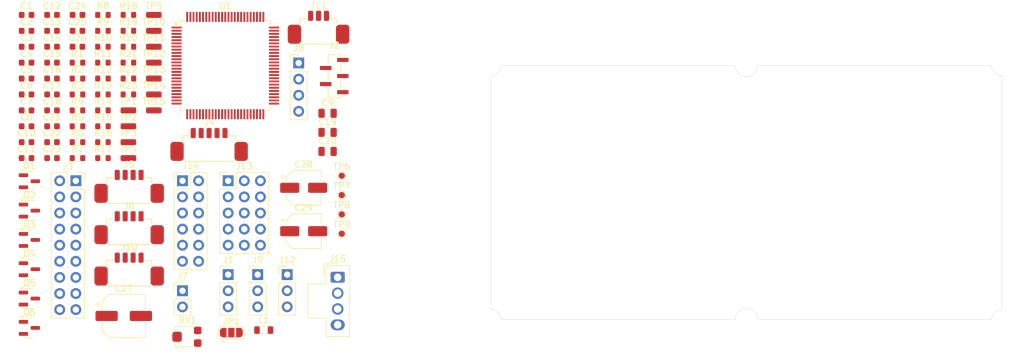
<source format=kicad_pcb>
(kicad_pcb (version 20240108) (generator "pcbnew") (generator_version "8.0")
  (layers (0 "F.Cu" signal) (1 "In1.Cu" signal) (2 "In2.Cu" signal) (31 "B.Cu" signal) (34 "B.Paste" user) (35 "F.Paste" user) (36 "B.SilkS" user "B.Silkscreen") (37 "F.SilkS" user "F.Silkscreen") (38 "B.Mask" user) (39 "F.Mask" user) (44 "Edge.Cuts" user))
  (net 0 "")
  (net 1 "+3.3V")
  (net 2 "GND")
  (net 3 "Net-(J2-Pin_5)")
  (net 4 "VCC")
  (net 5 "Net-(U1-VLXSMPS)")
  (net 6 "Net-(U1-VREF+)")
  (net 7 "+12V")
  (net 8 "+5V")
  (net 9 "Net-(J1-Pin_2)")
  (net 10 "Net-(J1-Pin_3)")
  (net 11 "/SWCLK")
  (net 12 "/SWDIO")
  (net 13 "Net-(Q3-D)")
  (net 14 "Net-(JP1-C)")
  (net 15 "Net-(J3-SCK)")
  (net 16 "/LCD_GPIO3{slash}B1_D7")
  (net 17 "/LCD_B1_D3")
  (net 18 "Net-(J3-GPIO0{slash}IO2)")
  (net 19 "/LCD_GPIO2{slash}B1_D6")
  (net 20 "/LCD_~{INT}{slash}B1_D1")
  (net 21 "Net-(J3-MOSI{slash}IO0)")
  (net 22 "Net-(J3-GPIO1{slash}IO3)")
  (net 23 "Net-(J3-NC1)")
  (net 24 "Net-(J3-~{CS})")
  (net 25 "Net-(J3-MISO{slash}IO1)")
  (net 26 "/LCD_~{PD}{slash}B1_D2")
  (net 27 "/CHG_SMB_SCL")
  (net 28 "/CHG_SMB_SDA")
  (net 29 "/CHG_ACOK")
  (net 30 "/CHG_IOUT")
  (net 31 "/AMP_~{FAULT}")
  (net 32 "/AMP_~{CLIP_OTW}")
  (net 33 "/AMP_~{RESET}")
  (net 34 "Net-(J6-Pin_2)")
  (net 35 "Net-(J6-Pin_1)")
  (net 36 "Net-(J6-Pin_3)")
  (net 37 "/B1_LCD_SWITCH")
  (net 38 "Net-(J8-Pin_4)")
  (net 39 "Net-(J8-Pin_3)")
  (net 40 "Net-(J8-Pin_2)")
  (net 41 "/B1_LEDMODE_1")
  (net 42 "/B1_LEDMODE_2")
  (net 43 "/I2C1_SCL{slash}USART1_TX")
  (net 44 "/I2C1_~{INT0}")
  (net 45 "/I2C1_SDA{slash}USART1_RX")
  (net 46 "/I2C4_SDA{slash}UART4_TX")
  (net 47 "/I2C4_SCL{slash}UART4_RX")
  (net 48 "/B1_LED_BRIGHTNESS")
  (net 49 "/I2C5_SCL")
  (net 50 "/I2C5_SDA")
  (net 51 "/I2C5_~{INT3}")
  (net 52 "/I2C5_~{INT2}")
  (net 53 "/I2C5_~{INT1}")
  (net 54 "/I2C5_~{INT4}")
  (net 55 "/I2C5_~{INT0}")
  (net 56 "/B1_VOL_DOWN")
  (net 57 "/B1_BACK")
  (net 58 "/B1_VOL_UP")
  (net 59 "/B1_FWD")
  (net 60 "/B1_MFB")
  (net 61 "/B1_PLAY")
  (net 62 "/B1_SWLED_MAIN")
  (net 63 "/B1_SWLED_PWR")
  (net 64 "/LCD_BL_DRV")
  (net 65 "/LED_R")
  (net 66 "/LED_G")
  (net 67 "/LED_B")
  (net 68 "/LCD_IO1{slash}MISO{slash}B1_RW")
  (net 69 "/LCD_SCK{slash}B1_RS")
  (net 70 "/LCD_~{CS}{slash}B1_D0")
  (net 71 "/LCD_IO0{slash}MOSI{slash}B1_~{E}")
  (net 72 "/LCD_IO3{slash}GPIO1{slash}B1_D5")
  (net 73 "/LCD_IO2{slash}GPIO0{slash}B1_D4")
  (net 74 "/I2S_BCK")
  (net 75 "/I2S_DATA")
  (net 76 "/I2S_LRCK")
  (net 77 "/LCD_ALT_~{CS}")
  (net 78 "/LCD_ALT_SCK")
  (net 79 "/LCD_ALT_MISO")
  (net 80 "/LCD_ALT_MOSI")
  (net 81 "/DEBUG_TX")
  (net 82 "/DEBUG_RX")
  (footprint "Capacitor_SMD:CP_Elec_5x5.8" (layer "F.Cu") (at 80.2475 99.25)
    (property "Reference" "C28" (at 0 -3.7 0) (layer "F.SilkS"))
    (property "Value" "220µF 6.3V")
    (pad "1" smd roundrect (at -2.2 0) (size 3 1.6) (layers "F.Cu" "F.Paste" "F.Mask") (roundrect_rratio 0.15625) (net 8 "+5V"))
    (pad "2" smd roundrect (at 2.2 0) (size 3 1.6) (layers "F.Cu" "F.Paste" "F.Mask") (roundrect_rratio 0.15625) (net 2 "GND"))
  )
  (footprint "Capacitor_SMD:C_0603_1608Metric" (layer "F.Cu") (at 36.5975 92.06)
    (property "Reference" "C10" (at 0 -1.43 0) (layer "F.SilkS"))
    (property "Value" "0.1µF")
    (pad "1" smd roundrect (at -0.775 0) (size 0.9 0.95) (layers "F.Cu" "F.Paste" "F.Mask") (net 2 "GND"))
    (pad "2" smd roundrect (at 0.775 0) (size 0.9 0.95) (layers "F.Cu" "F.Paste" "F.Mask") (net 1 "+3.3V"))
  )
  (footprint "TestPoint:TestPoint_Pad_D1.0mm" (layer "F.Cu") (at 86.2475 106.5)
    (property "Reference" "TP9" (at 0 -1.448 0) (layer "F.SilkS"))
    (property "Value" "AMP_~{RESET}")
    (pad "1" smd circle (at 0 0) (size 1 1) (layers "F.Cu" "F.Mask") (net 33 "/AMP_~{RESET}"))
  )
  (footprint "Resistor_SMD:R_0603_1608Metric" (layer "F.Cu") (at 52.6375 79.51)
    (property "Reference" "R21" (at 0 -1.43 0) (layer "F.SilkS"))
    (property "Value" "0Ω")
    (pad "1" smd roundrect (at -0.825 0) (size 0.8 0.95) (layers "F.Cu" "F.Paste" "F.Mask") (net 80 "/LCD_ALT_MOSI"))
    (pad "2" smd roundrect (at 0.825 0) (size 0.8 0.95) (layers "F.Cu" "F.Paste" "F.Mask") (net 71 "/LCD_IO0{slash}MOSI{slash}B1_~{E}"))
  )
  (footprint "Resistor_SMD:R_0603_1608Metric" (layer "F.Cu") (at 48.6275 74.49)
    (property "Reference" "R9" (at 0 -1.43 0) (layer "F.SilkS"))
    (property "Value" "4.7kΩ")
    (pad "1" smd roundrect (at -0.825 0) (size 0.8 0.95) (layers "F.Cu" "F.Paste" "F.Mask") (net 1 "+3.3V"))
    (pad "2" smd roundrect (at 0.825 0) (size 0.8 0.95) (layers "F.Cu" "F.Paste" "F.Mask") (net 28 "/CHG_SMB_SDA"))
  )
  (footprint "Connector_PinHeader_2.54mm:PinHeader_1x02_P2.54mm_Vertical" (layer "F.Cu") (at 61.1575 115.5)
    (property "Reference" "J7" (at 0 -2.33 0) (layer "F.SilkS"))
    (property "Value" "B1_LCD_SWITCH")
    (pad "1" thru_hole rect (at 0 0) (size 1.7 1.7) (drill 1) (layers "*.Cu" "*.Mask") (net 37 "/B1_LCD_SWITCH"))
    (pad "2" thru_hole oval (at 0 2.54) (size 1.7 1.7) (drill 1) (layers "*.Cu" "*.Mask") (net 2 "GND"))
  )
  (footprint "Resistor_SMD:R_0603_1608Metric" (layer "F.Cu") (at 44.6175 94.57)
    (property "Reference" "R7" (at 0 -1.43 0) (layer "F.SilkS"))
    (property "Value" "50/100Ω")
    (pad "1" smd roundrect (at -0.825 0) (size 0.8 0.95) (layers "F.Cu" "F.Paste" "F.Mask") (net 18 "Net-(J3-GPIO0{slash}IO2)"))
    (pad "2" smd roundrect (at 0.825 0) (size 0.8 0.95) (layers "F.Cu" "F.Paste" "F.Mask") (net 73 "/LCD_IO2{slash}GPIO0{slash}B1_D4"))
  )
  (footprint "Resistor_SMD:R_0603_1608Metric" (layer "F.Cu") (at 44.6175 89.55)
    (property "Reference" "R5" (at 0 -1.43 0) (layer "F.SilkS"))
    (property "Value" "10kΩ")
    (pad "1" smd roundrect (at -0.825 0) (size 0.8 0.95) (layers "F.Cu" "F.Paste" "F.Mask") (net 1 "+3.3V"))
    (pad "2" smd roundrect (at 0.825 0) (size 0.8 0.95) (layers "F.Cu" "F.Paste" "F.Mask") (net 3 "Net-(J2-Pin_5)"))
  )
  (footprint "BW_Connectors:Amphenol_MINITEK_WTB_1.25_4P" (layer "F.Cu") (at 52.7575 99.675)
    (property "Reference" "J5" (at 0 -4.1 0) (layer "F.SilkS"))
    (property "Value" "AMP")
    (pad "1" smd roundrect (at 1.875 -2.45) (size 0.8 1.6) (layers "F.Cu" "F.Paste" "F.Mask") (net 33 "/AMP_~{RESET}"))
    (pad "2" smd roundrect (at 0.625 -2.45) (size 0.8 1.6) (layers "F.Cu" "F.Paste" "F.Mask") (net 31 "/AMP_~{FAULT}"))
    (pad "3" smd roundrect (at -0.625 -2.45) (size 0.8 1.6) (layers "F.Cu" "F.Paste" "F.Mask") (net 32 "/AMP_~{CLIP_OTW}"))
    (pad "4" smd roundrect (at -1.875 -2.45) (size 0.8 1.6) (layers "F.Cu" "F.Paste" "F.Mask") (net 2 "GND"))
    (pad "M" smd roundrect (at -4.425 0.45) (size 2.1 3) (layers "F.Cu" "F.Paste" "F.Mask"))
    (pad "M" smd roundrect (at 4.425 0.45) (size 2.1 3) (layers "F.Cu" "F.Paste" "F.Mask"))
  )
  (footprint "Resistor_SMD:R_0603_1608Metric" (layer "F.Cu") (at 48.6275 87.04)
    (property "Reference" "R14" (at 0 -1.43 0) (layer "F.SilkS"))
    (property "Value" "4.7kΩ")
    (pad "1" smd roundrect (at -0.825 0) (size 0.8 0.95) (layers "F.Cu" "F.Paste" "F.Mask") (net 1 "+3.3V"))
    (pad "2" smd roundrect (at 0.825 0) (size 0.8 0.95) (layers "F.Cu" "F.Paste" "F.Mask") (net 43 "/I2C1_SCL{slash}USART1_TX"))
  )
  (footprint "BW_Connectors:PinHeader_3x05_P2.54mm_Vertical" (layer "F.Cu") (at 70.8975 98.15)
    (property "Reference" "J13" (at 0 -2.33 0) (layer "F.SilkS"))
    (property "Value" "I2C5")
    (pad "1" thru_hole rect (at -2.54 0) (size 1.7 1.7) (drill 1) (layers "*.Cu" "*.Mask") (net 49 "/I2C5_SCL"))
    (pad "2" thru_hole oval (at 0 0) (size 1.7 1.7) (drill 1) (layers "*.Cu" "*.Mask") (net 50 "/I2C5_SDA"))
    (pad "3" thru_hole oval (at 2.54 0) (size 1.7 1.7) (drill 1) (layers "*.Cu" "*.Mask") (net 55 "/I2C5_~{INT0}"))
    (pad "4" thru_hole oval (at -2.54 2.54) (size 1.7 1.7) (drill 1) (layers "*.Cu" "*.Mask") (net 49 "/I2C5_SCL"))
    (pad "5" thru_hole oval (at 0 2.54) (size 1.7 1.7) (drill 1) (layers "*.Cu" "*.Mask") (net 50 "/I2C5_SDA"))
    (pad "6" thru_hole oval (at 2.54 2.54) (size 1.7 1.7) (drill 1) (layers "*.Cu" "*.Mask") (net 53 "/I2C5_~{INT1}"))
    (pad "7" thru_hole oval (at -2.54 5.08) (size 1.7 1.7) (drill 1) (layers "*.Cu" "*.Mask") (net 49 "/I2C5_SCL"))
    (pad "8" thru_hole oval (at 0 5.08) (size 1.7 1.7) (drill 1) (layers "*.Cu" "*.Mask") (net 50 "/I2C5_SDA"))
    (pad "9" thru_hole oval (at 2.54 5.08) (size 1.7 1.7) (drill 1) (layers "*.Cu" "*.Mask") (net 52 "/I2C5_~{INT2}"))
    (pad "10" thru_hole oval (at -2.54 7.62) (size 1.7 1.7) (drill 1) (layers "*.Cu" "*.Mask") (net 49 "/I2C5_SCL"))
    (pad "11" thru_hole oval (at 0 7.62) (size 1.7 1.7) (drill 1) (layers "*.Cu" "*.Mask") (net 50 "/I2C5_SDA"))
    (pad "12" thru_hole oval (at 2.54 7.62) (size 1.7 1.7) (drill 1) (layers "*.Cu" "*.Mask") (net 51 "/I2C5_~{INT3}"))
    (pad "13" thru_hole oval (at -2.54 10.16) (size 1.7 1.7) (drill 1) (layers "*.Cu" "*.Mask") (net 49 "/I2C5_SCL"))
    (pad "14" thru_hole oval (at 0 10.16) (size 1.7 1.7) (drill 1) (layers "*.Cu" "*.Mask") (net 50 "/I2C5_SDA"))
    (pad "15" thru_hole oval (at 2.54 10.16) (size 1.7 1.7) (drill 1) (layers "*.Cu" "*.Mask") (net 54 "/I2C5_~{INT4}"))
  )
  (footprint "Resistor_SMD:R_0603_1608Metric" (layer "F.Cu") (at 52.6375 71.98)
    (property "Reference" "R18" (at 0 -1.43 0) (layer "F.SilkS"))
    (property "Value" "0Ω")
    (pad "1" smd roundrect (at -0.825 0) (size 0.8 0.95) (layers "F.Cu" "F.Paste" "F.Mask") (net 77 "/LCD_ALT_~{CS}"))
    (pad "2" smd roundrect (at 0.825 0) (size 0.8 0.95) (layers "F.Cu" "F.Paste" "F.Mask") (net 70 "/LCD_~{CS}{slash}B1_D0"))
  )
  (footprint "Capacitor_SMD:C_0603_1608Metric" (layer "F.Cu") (at 40.6075 92.06)
    (property "Reference" "C22" (at 0 -1.43 0) (layer "F.SilkS"))
    (property "Value" "1µF")
    (pad "1" smd roundrect (at -0.775 0) (size 0.9 0.95) (layers "F.Cu" "F.Paste" "F.Mask") (net 6 "Net-(U1-VREF+)"))
    (pad "2" smd roundrect (at 0.775 0) (size 0.9 0.95) (layers "F.Cu" "F.Paste" "F.Mask") (net 2 "GND"))
  )
  (footprint "Resistor_SMD:R_0603_1608Metric" (layer "F.Cu") (at 48.6275 92.06)
    (property "Reference" "R16" (at 0 -1.43 0) (layer "F.SilkS"))
    (property "Value" "4.7kΩ")
    (pad "1" smd roundrect (at -0.825 0) (size 0.8 0.95) (layers "F.Cu" "F.Paste" "F.Mask") (net 1 "+3.3V"))
    (pad "2" smd roundrect (at 0.825 0) (size 0.8 0.95) (layers "F.Cu" "F.Paste" "F.Mask") (net 47 "/I2C4_SCL{slash}UART4_RX"))
  )
  (footprint "Resistor_SMD:R_0603_1608Metric" (layer "F.Cu") (at 44.6175 84.53)
    (property "Reference" "R3" (at 0 -1.43 0) (layer "F.SilkS"))
    (property "Value" "50/100Ω")
    (pad "1" smd roundrect (at -0.825 0) (size 0.8 0.95) (layers "F.Cu" "F.Paste" "F.Mask") (net 70 "/LCD_~{CS}{slash}B1_D0"))
    (pad "2" smd roundrect (at 0.825 0) (size 0.8 0.95) (layers "F.Cu" "F.Paste" "F.Mask") (net 24 "Net-(J3-~{CS})"))
  )
  (footprint "Capacitor_SMD:C_0805_2012Metric" (layer "F.Cu") (at 84.0175 90.51)
    (property "Reference" "C19" (at 0 -1.68 0) (layer "F.SilkS"))
    (property "Value" "10µF 25V")
    (pad "1" smd roundrect (at -0.95 0) (size 1 1.45) (layers "F.Cu" "F.Paste" "F.Mask") (net 4 "VCC"))
    (pad "2" smd roundrect (at 0.95 0) (size 1 1.45) (layers "F.Cu" "F.Paste" "F.Mask") (net 2 "GND"))
  )
  (footprint "BW_Connectors:Amphenol_MINITEK_WTB_1.25_4P" (layer "F.Cu") (at 52.7575 106.2)
    (property "Reference" "J6" (at 0 -4.1 0) (layer "F.SilkS"))
    (property "Value" "I2S")
    (pad "1" smd roundrect (at 1.875 -2.45) (size 0.8 1.6) (layers "F.Cu" "F.Paste" "F.Mask") (net 35 "Net-(J6-Pin_1)"))
    (pad "2" smd roundrect (at 0.625 -2.45) (size 0.8 1.6) (layers "F.Cu" "F.Paste" "F.Mask") (net 34 "Net-(J6-Pin_2)"))
    (pad "3" smd roundrect (at -0.625 -2.45) (size 0.8 1.6) (layers "F.Cu" "F.Paste" "F.Mask") (net 36 "Net-(J6-Pin_3)"))
    (pad "4" smd roundrect (at -1.875 -2.45) (size 0.8 1.6) (layers "F.Cu" "F.Paste" "F.Mask") (net 2 "GND"))
    (pad "M" smd roundrect (at -4.425 0.45) (size 2.1 3) (layers "F.Cu" "F.Paste" "F.Mask"))
    (pad "M" smd roundrect (at 4.425 0.45) (size 2.1 3) (layers "F.Cu" "F.Paste" "F.Mask"))
  )
  (footprint "BW_PassiveMechanical:TP_0603_1608Metric_Fused" (layer "F.Cu") (at 56.6475 77)
    (property "Reference" "TP11" (at 0 -1.43 0) (layer "F.SilkS"))
    (property "Value" "I2C1_SDA/USART1_RX")
    (pad "1" smd roundrect (at 0 0) (size 2.45 0.95) (layers "F.Cu" "F.Paste" "F.Mask") (net 45 "/I2C1_SDA{slash}USART1_RX"))
  )
  (footprint "Resistor_SMD:R_0603_1608Metric" (layer "F.Cu") (at 48.6275 84.53)
    (property "Reference" "R13" (at 0 -1.43 0) (layer "F.SilkS"))
    (property "Value" "27Ω")
    (pad "1" smd roundrect (at -0.825 0) (size 0.8 0.95) (layers "F.Cu" "F.Paste" "F.Mask") (net 76 "/I2S_LRCK"))
    (pad "2" smd roundrect (at 0.825 0) (size 0.8 0.95) (layers "F.Cu" "F.Paste" "F.Mask") (net 36 "Net-(J6-Pin_3)"))
  )
  (footprint "Package_TO_SOT_SMD:SOT-23" (layer "F.Cu") (at 37.0375 102.85)
    (property "Reference" "Q2" (at 0 -2.4 0) (layer "F.SilkS"))
    (property "Value" "NX138BK")
    (pad "1" smd roundrect (at -0.9375 -0.95) (size 1.475 0.6) (layers "F.Cu" "F.Paste" "F.Mask") (net 63 "/B1_SWLED_PWR"))
    (pad "2" smd roundrect (at -0.9375 0.95) (size 1.475 0.6) (layers "F.Cu" "F.Paste" "F.Mask") (net 2 "GND"))
    (pad "3" smd roundrect (at 0.9375 0) (size 1.475 0.6) (layers "F.Cu" "F.Paste" "F.Mask") (net 10 "Net-(J1-Pin_3)"))
  )
  (footprint "Capacitor_SMD:C_0603_1608Metric" (layer "F.Cu") (at 36.5975 84.53)
    (property "Reference" "C6" (at 0 -1.43 0) (layer "F.SilkS"))
    (property "Value" "0.1µF")
    (pad "1" smd roundrect (at -0.775 0) (size 0.9 0.95) (layers "F.Cu" "F.Paste" "F.Mask") (net 2 "GND"))
    (pad "2" smd roundrect (at 0.775 0) (size 0.9 0.95) (layers "F.Cu" "F.Paste" "F.Mask") (net 1 "+3.3V"))
  )
  (footprint "Capacitor_SMD:C_0603_1608Metric" (layer "F.Cu") (at 44.6175 77)
    (property "Reference" "C26" (at 0 -1.43 0) (layer "F.SilkS"))
    (property "Value" "0.1µF")
    (pad "1" smd roundrect (at -0.775 0) (size 0.9 0.95) (layers "F.Cu" "F.Paste" "F.Mask") (net 4 "VCC"))
    (pad "2" smd roundrect (at 0.775 0) (size 0.9 0.95) (layers "F.Cu" "F.Paste" "F.Mask") (net 2 "GND"))
  )
  (footprint "Connector_PinHeader_2.54mm:PinHeader_1x03_P2.54mm_Vertical" (layer "F.Cu") (at 77.6575 112.95)
    (property "Reference" "J12" (at 0 -2.33 0) (layer "F.SilkS"))
    (property "Value" "B1_LED_BRIGHTNESS")
    (pad "1" thru_hole rect (at 0 0) (size 1.7 1.7) (drill 1) (layers "*.Cu" "*.Mask") (net 1 "+3.3V"))
    (pad "2" thru_hole oval (at 0 2.54) (size 1.7 1.7) (drill 1) (layers "*.Cu" "*.Mask") (net 48 "/B1_LED_BRIGHTNESS"))
    (pad "3" thru_hole oval (at 0 5.08) (size 1.7 1.7) (drill 1) (layers "*.Cu" "*.Mask") (net 2 "GND"))
  )
  (footprint "Resistor_SMD:R_0603_1608Metric" (layer "F.Cu") (at 52.6375 74.49)
    (property "Reference" "R19" (at 0 -1.43 0) (layer "F.SilkS"))
    (property "Value" "0Ω")
    (pad "1" smd roundrect (at -0.825 0) (size 0.8 0.95) (layers "F.Cu" "F.Paste" "F.Mask") (net 78 "/LCD_ALT_SCK"))
    (pad "2" smd roundrect (at 0.825 0) (size 0.8 0.95) (layers "F.Cu" "F.Paste" "F.Mask") (net 69 "/LCD_SCK{slash}B1_RS"))
  )
  (footprint "Resistor_SMD:R_0603_1608Metric" (layer "F.Cu") (at 44.6175 92.06)
    (property "Reference" "R6" (at 0 -1.43 0) (layer "F.SilkS"))
    (property "Value" "50/100Ω")
    (pad "1" smd roundrect (at -0.825 0) (size 0.8 0.95) (layers "F.Cu" "F.Paste" "F.Mask") (net 72 "/LCD_IO3{slash}GPIO1{slash}B1_D5"))
    (pad "2" smd roundrect (at 0.825 0) (size 0.8 0.95) (layers "F.Cu" "F.Paste" "F.Mask") (net 22 "Net-(J3-GPIO1{slash}IO3)"))
  )
  (footprint "Connector_PinHeader_2.54mm:PinHeader_1x03_P2.54mm_Vertical" (layer "F.Cu") (at 68.3575 112.95)
    (property "Reference" "J1" (at 0 -2.33 0) (layer "F.SilkS"))
    (property "Value" "B1_SWLED")
    (pad "1" thru_hole rect (at 0 0) (size 1.7 1.7) (drill 1) (layers "*.Cu" "*.Mask") (net 8 "+5V"))
    (pad "2" thru_hole oval (at 0 2.54) (size 1.7 1.7) (drill 1) (layers "*.Cu" "*.Mask") (net 9 "Net-(J1-Pin_2)"))
    (pad "3" thru_hole oval (at 0 5.08) (size 1.7 1.7) (drill 1) (layers "*.Cu" "*.Mask") (net 10 "Net-(J1-Pin_3)"))
  )
  (footprint "Package_TO_SOT_SMD:SOT-23" (layer "F.Cu") (at 37.0375 107.475)
    (property "Reference" "Q3" (at 0 -2.4 0) (layer "F.SilkS"))
    (property "Value" "DMG2302UK")
    (pad "1" smd roundrect (at -0.9375 -0.95) (size 1.475 0.6) (layers "F.Cu" "F.Paste" "F.Mask") (net 64 "/LCD_BL_DRV"))
    (pad "2" smd roundrect (at -0.9375 0.95) (size 1.475 0.6) (layers "F.Cu" "F.Paste" "F.Mask") (net 2 "GND"))
    (pad "3" smd roundrect (at 0.9375 0) (size 1.475 0.6) (layers "F.Cu" "F.Paste" "F.Mask") (net 13 "Net-(Q3-D)"))
  )
  (footprint "BW_PassiveMechanical:TP_0603_1608Metric_Fused" (layer "F.Cu") (at 56.6475 74.49)
    (property "Reference" "TP10" (at 0 -1.43 0) (layer "F.SilkS"))
    (property "Value" "I2C1_SCL/USART1_TX")
    (pad "1" smd roundrect (at 0 0) (size 2.45 0.95) (layers "F.Cu" "F.Paste" "F.Mask") (net 43 "/I2C1_SCL{slash}USART1_TX"))
  )
  (footprint "Connector_Molex:Molex_Nano-Fit_105309-xx04_1x04_P2.50mm_Vertical" (layer "F.Cu") (at 85.6075 113.37)
    (property "Reference" "J15" (at 0 -2.92 0) (layer "F.SilkS"))
    (property "Value" "PWR")
    (pad "" np_thru_hole circle (at -1.34 3.75) (size 1.3 1.3) (drill 1.3) (layers "*.Cu" "*.Mask"))
    (pad "1" thru_hole roundrect (at 0 0) (size 2.2 1.7) (drill 1.2) (layers "*.Cu" "*.Mask") (roundrect_rratio 0.147059) (net 7 "+12V"))
    (pad "2" thru_hole circle (at 0 2.5) (size 1.8 1.7) (drill 1.2) (layers "*.Cu" "*.Mask") (net 8 "+5V"))
    (pad "3" thru_hole circle (at 0 5) (size 1.8 1.7) (drill 1.2) (layers "*.Cu" "*.Mask") (net 1 "+3.3V"))
    (pad "4" thru_hole oval (at 0 7.5) (size 2.2 1.7) (drill 1.2) (layers "*.Cu" "*.Mask") (net 2 "GND"))
  )
  (footprint "BW_PassiveMechanical:TP_0603_1608Metric_Fused" (layer "F.Cu") (at 56.6475 79.51)
    (property "Reference" "TP12" (at 0 -1.43 0) (layer "F.SilkS"))
    (property "Value" "I2C4_SCL/UART4_RX")
    (pad "1" smd roundrect (at 0 0) (size 2.45 0.95) (layers "F.Cu" "F.Paste" "F.Mask") (net 47 "/I2C4_SCL{slash}UART4_RX"))
  )
  (footprint "Capacitor_SMD:C_0603_1608Metric" (layer "F.Cu") (at 44.6175 71.98)
    (property "Reference" "C24" (at 0 -1.43 0) (layer "F.SilkS"))
    (property "Value" "0.1µF")
    (pad "1" smd roundrect (at -0.775 0) (size 0.9 0.95) (layers "F.Cu" "F.Paste" "F.Mask") (net 4 "VCC"))
    (pad "2" smd roundrect (at 0.775 0) (size 0.9 0.95) (layers "F.Cu" "F.Paste" "F.Mask") (net 2 "GND"))
  )
  (footprint "BW_PassiveMechanical:Potentiometer_TT_35W" (layer "F.Cu") (at 61.9575 122.75)
    (property "Reference" "RV1" (at 0 -2.6 0) (layer "F.SilkS"))
    (property "Value" "35WR10K")
    (pad "1" smd roundrect (at 1.6 1) (size 1.2 1.2) (layers "F.Cu" "F.Paste" "F.Mask") (net 2 "GND"))
    (pad "2" smd roundrect (at -1.65 0) (size 1.5 1.6) (layers "F.Cu" "F.Paste" "F.Mask") (net 23 "Net-(J3-NC1)"))
    (pad "3" smd roundrect (at 1.6 -1) (size 1.2 1.2) (layers "F.Cu" "F.Paste" "F.Mask") (net 1 "+3.3V"))
  )
  (footprint "Connector_PinSocket_1.27mm:PinSocket_1x05_P1.27mm_Vertical_SMD_Pin1Right" (layer "F.Cu") (at 85.0675 81.62)
    (property "Reference" "J2" (at 0 -4.85 0) (layer "F.SilkS"))
    (property "Value" "SWD")
    (pad "1" smd rect (at 1.35 -2.54) (size 1.8 0.65) (layers "F.Cu" "F.Paste" "F.Mask") (net 1 "+3.3V"))
    (pad "2" smd rect (at -1.35 -1.27) (size 1.8 0.65) (layers "F.Cu" "F.Paste" "F.Mask") (net 11 "/SWCLK"))
    (pad "3" smd rect (at 1.35 0) (size 1.8 0.65) (layers "F.Cu" "F.Paste" "F.Mask") (net 2 "GND"))
    (pad "4" smd rect (at -1.35 1.27) (size 1.8 0.65) (layers "F.Cu" "F.Paste" "F.Mask") (net 12 "/SWDIO"))
    (pad "5" smd rect (at 1.35 2.54) (size 1.8 0.65) (layers "F.Cu" "F.Paste" "F.Mask") (net 3 "Net-(J2-Pin_5)"))
  )
  (footprint "Capacitor_SMD:C_0603_1608Metric" (layer "F.Cu") (at 36.5975 89.55)
    (property "Reference" "C8" (at 0 -1.43 0) (layer "F.SilkS"))
    (property "Value" "0.1µF")
    (pad "1" smd roundrect (at -0.775 0) (size 0.9 0.95) (layers "F.Cu" "F.Paste" "F.Mask") (net 2 "GND"))
    (pad "2" smd roundrect (at 0.775 0) (size 0.9 0.95) (layers "F.Cu" "F.Paste" "F.Mask") (net 1 "+3.3V"))
  )
  (footprint "Capacitor_SMD:C_0603_1608Metric" (layer "F.Cu") (at 36.5975 74.49)
    (property "Reference" "C2" (at 0 -1.43 0) (layer "F.SilkS"))
    (property "Value" "4.7µF")
    (pad "1" smd roundrect (at -0.775 0) (size 0.9 0.95) (layers "F.Cu" "F.Paste" "F.Mask") (net 2 "GND"))
    (pad "2" smd roundrect (at 0.775 0) (size 0.9 0.95) (layers "F.Cu" "F.Paste" "F.Mask") (net 1 "+3.3V"))
  )
  (footprint "Connector_PinHeader_2.54mm:PinHeader_1x04_P2.54mm_Vertical" (layer "F.Cu") (at 79.4675 79.57)
    (property "Reference" "J8" (at 0 -2.33 0) (layer "F.SilkS"))
    (property "Value" "LED")
    (pad "1" thru_hole rect (at 0 0) (size 1.7 1.7) (drill 1) (layers "*.Cu" "*.Mask") (net 7 "+12V"))
    (pad "2" thru_hole oval (at 0 2.54) (size 1.7 1.7) (drill 1) (layers "*.Cu" "*.Mask") (net 40 "Net-(J8-Pin_2)"))
    (pad "3" thru_hole oval (at 0 5.08) (size 1.7 1.7) (drill 1) (layers "*.Cu" "*.Mask") (net 39 "Net-(J8-Pin_3)"))
    (pad "4" thru_hole oval (at 0 7.62) (size 1.7 1.7) (drill 1) (layers "*.Cu" "*.Mask") (net 38 "Net-(J8-Pin_4)"))
  )
  (footprint "Jumper:SolderJumper-3_P1.3mm_Open_RoundedPad1.0x1.5mm" (layer "F.Cu") (at 68.8575 122.1)
    (property "Reference" "JP1" (at 0 -1.8 0) (layer "F.SilkS"))
    (property "Value" "VBL")
    (pad "1" smd custom (at -1.3 0) (size 1 0.5) (layers "F.Cu" "F.Mask") (net 1 "+3.3V") (options (clearance outline) (anchor rect)) (primitives (gr_circle (center 0 0.25) (end 0.5 0.25) (width 0) (fill yes)) (gr_circle (center 0 -0.25) (end 0.5 -0.25) (width 0) (fill yes)) (gr_poly (pts (xy 0.55 0.75) (xy 0 0.75) (xy 0 -0.75) (xy 0.55 -0.75)) (width 0) (fill yes))))
    (pad "2" smd rect (at 0 0) (size 1 1.5) (layers "F.Cu" "F.Mask") (net 14 "Net-(JP1-C)"))
    (pad "3" smd custom (at 1.3 0) (size 1 0.5) (layers "F.Cu" "F.Mask") (net 8 "+5V") (options (clearance outline) (anchor rect)) (primitives (gr_circle (center 0 0.25) (end 0.5 0.25) (width 0) (fill yes)) (gr_circle (center 0 -0.25) (end 0.5 -0.25) (width 0) (fill yes)) (gr_poly (pts (xy 0 0.75) (xy -0.55 0.75) (xy -0.55 -0.75) (xy 0 -0.75)) (width 0) (fill yes))))
  )
  (footprint "Capacitor_SMD:C_0603_1608Metric" (layer "F.Cu") (at 40.6075 84.53)
    (property "Reference" "C17" (at 0 -1.43 0) (layer "F.SilkS"))
    (property "Value" "4.7µF")
    (pad "1" smd roundrect (at -0.775 0) (size 0.9 0.95) (layers "F.Cu" "F.Paste" "F.Mask") (net 2 "GND"))
    (pad "2" smd roundrect (at 0.775 0) (size 0.9 0.95) (layers "F.Cu" "F.Paste" "F.Mask") (net 1 "+3.3V"))
  )
  (footprint "BW_Connectors:Amphenol_MINITEK_WTB_1.25_4P" (layer "F.Cu") (at 52.7575 112.725)
    (property "Reference" "J10" (at 0 -4.1 0) (layer "F.SilkS"))
    (property "Value" "I2C1/USART1")
    (pad "1" smd roundrect (at 1.875 -2.45) (size 0.8 1.6) (layers "F.Cu" "F.Paste" "F.Mask") (net 43 "/I2C1_SCL{slash}USART1_TX"))
    (pad "2" smd roundrect (at 0.625 -2.45) (size 0.8 1.6) (layers "F.Cu" "F.Paste" "F.Mask") (net 45 "/I2C1_SDA{slash}USART1_RX"))
    (pad "3" smd roundrect (at -0.625 -2.45) (size 0.8 1.6) (layers "F.Cu" "F.Paste" "F.Mask") (net 44 "/I2C1_~{INT0}"))
    (pad "4" smd roundrect (at -1.875 -2.45) (size 0.8 1.6) (layers "F.Cu" "F.Paste" "F.Mask") (net 2 "GND"))
    (pad "M" smd roundrect (at -4.425 0.45) (size 2.1 3) (layers "F.Cu" "F.Paste" "F.Mask"))
    (pad "M" smd roundrect (at 4.425 0.45) (size 2.1 3) (layers "F.Cu" "F.Paste" "F.Mask"))
  )
  (footprint "TestPoint:TestPoint_Pad_D1.0mm" (layer "F.Cu") (at 86.2475 97.35)
    (property "Reference" "TP6" (at 0 -1.448 0) (layer "F.SilkS"))
    (property "Value" "AMP_~{CLIP_OTW}")
    (pad "1" smd circle (at 0 0) (size 1 1) (layers "F.Cu" "F.Mask") (net 32 "/AMP_~{CLIP_OTW}"))
  )
  (footprint "Capacitor_SMD:C_0603_1608Metric" (layer "F.Cu") (at 36.5975 71.98)
    (property "Reference" "C1" (at 0 -1.43 0) (layer "F.SilkS"))
    (property "Value" "1µF")
    (pad "1" smd roundrect (at -0.775 0) (size 0.9 0.95) (layers "F.Cu" "F.Paste" "F.Mask") (net 2 "GND"))
    (pad "2" smd roundrect (at 0.775 0) (size 0.9 0.95) (layers "F.Cu" "F.Paste" "F.Mask") (net 1 "+3.3V"))
  )
  (footprint "Capacitor_SMD:C_0603_1608Metric" (layer "F.Cu") (at 40.6075 87.04)
    (property "Reference" "C18" (at 0 -1.43 0) (layer "F.SilkS"))
    (property "Value" "0.1µF")
    (pad "1" smd roundrect (at -0.775 0) (size 0.9 0.95) (layers "F.Cu" "F.Paste" "F.Mask") (net 3 "Net-(J2-Pin_5)"))
    (pad "2" smd roundrect (at 0.775 0) (size 0.9 0.95) (layers "F.Cu" "F.Paste" "F.Mask") (net 2 "GND"))
  )
  (footprint "Capacitor_SMD:C_0805_2012Metric" (layer "F.Cu") (at 84.0175 93.52)
    (property "Reference" "C20" (at 0 -1.68 0) (layer "F.SilkS"))
    (property "Value" "10µF 25V")
    (pad "1" smd roundrect (at -0.95 0) (size 1 1.45) (layers "F.Cu" "F.Paste" "F.Mask") (net 4 "VCC"))
    (pad "2" smd roundrect (at 0.95 0) (size 1 1.45) (layers "F.Cu" "F.Paste" "F.Mask") (net 2 "GND"))
  )
  (footprint "Inductor_SMD:L_0805_2012Metric" (layer "F.Cu") (at 73.9575 121.7)
    (property "Reference" "L1" (at 0 -1.55 0) (layer "F.SilkS"))
    (property "Value" "2.2µH")
    (pad "1" smd roundrect (at -1.0625 0) (size 0.875 1.2) (layers "F.Cu" "F.Paste" "F.Mask") (net 4 "VCC"))
    (pad "2" smd roundrect (at 1.0625 0) (size 0.875 1.2) (layers "F.Cu" "F.Paste" "F.Mask") (net 5 "Net-(U1-VLXSMPS)"))
  )
  (footprint "BW_Connectors:Amphenol_MINITEK_WTB_1.25_5P" (layer "F.Cu") (at 65.3525 93.065)
    (property "Reference" "J4" (at 0 -4.1 0) (layer "F.SilkS"))
    (property "Value" "CHG")
    (pad "1" smd roundrect (at 2.5 -2.45) (size 0.8 1.6) (layers "F.Cu" "F.Paste" "F.Mask") (net 27 "/CHG_SMB_SCL"))
    (pad "2" smd roundrect (at 1.25 -2.45) (size 0.8 1.6) (layers "F.Cu" "F.Paste" "F.Mask") (net 28 "/CHG_SMB_SDA"))
    (pad "3" smd roundrect (at 0 -2.45) (size 0.8 1.6) (layers "F.Cu" "F.Paste" "F.Mask") (net 29 "/CHG_ACOK"))
    (pad "4" smd roundrect (at -1.25 -2.45) (size 0.8 1.6) (layers "F.Cu" "F.Paste" "F.Mask") (net 30 "/CHG_IOUT"))
    (pad "5" smd roundrect (at -2.5 -2.45) (size 0.8 1.6) (layers "F.Cu" "F.Paste" "F.Mask") (net 2 "GND"))
    (pad "M" smd roundrect (at -5.05 0.45) (size 2.1 3) (layers "F.Cu" "F.Paste" "F.Mask"))
    (pad "M" smd roundrect (at 5.05 0.45) (size 2.1 3) (layers "F.Cu" "F.Paste" "F.Mask"))
  )
  (footprint "BW_PassiveMechanical:TP_0603_1608Metric_Fused" (layer "F.Cu") (at 56.6475 71.98)
    (property "Reference" "TP5" (at 0 -1.43 0) (layer "F.SilkS"))
    (property "Value" "CHG_ACOK")
    (pad "1" smd roundrect (at 0 0) (size 2.45 0.95) (layers "F.Cu" "F.Paste" "F.Mask") (net 29 "/CHG_ACOK"))
  )
  (footprint "Package_QFP:LQFP-100_14x14mm_P0.5mm" (layer "F.Cu") (at 67.8975 79.97)
    (property "Reference" "U1" (at 0 -9.42 0) (layer "F.SilkS"))
    (property "Value" "STM32H725VGTx")
    (pad "1" smd roundrect (at -7.675 -6) (size 1.6 0.3) (layers "F.Cu" "F.Paste" "F.Mask") (net 58 "/B1_VOL_UP"))
    (pad "2" smd roundrect (at -7.675 -5.5) (size 1.6 0.3) (layers "F.Cu" "F.Paste" "F.Mask") (net 56 "/B1_VOL_DOWN"))
    (pad "3" smd roundrect (at -7.675 -5) (size 1.6 0.3) (layers "F.Cu" "F.Paste" "F.Mask") (net 57 "/B1_BACK"))
    (pad "4" smd roundrect (at -7.675 -4.5) (size 1.6 0.3) (layers "F.Cu" "F.Paste" "F.Mask") (net 1 "+3.3V"))
    (pad "5" smd roundrect (at -7.675 -4) (size 1.6 0.3) (layers "F.Cu" "F.Paste" "F.Mask") (net 1 "+3.3V"))
    (pad "6" smd roundrect (at -7.675 -3.5) (size 1.6 0.3) (layers "F.Cu" "F.Paste" "F.Mask") (net 61 "/B1_PLAY"))
    (pad "7" smd roundrect (at -7.675 -3) (size 1.6 0.3) (layers "F.Cu" "F.Paste" "F.Mask") (net 60 "/B1_MFB"))
    (pad "8" smd roundrect (at -7.675 -2.5) (size 1.6 0.3) (layers "F.Cu" "F.Paste" "F.Mask") (net 59 "/B1_FWD"))
    (pad "9" smd roundrect (at -7.675 -2) (size 1.6 0.3) (layers "F.Cu" "F.Paste" "F.Mask") (net 2 "GND"))
    (pad "10" smd roundrect (at -7.675 -1.5) (size 1.6 0.3) (layers "F.Cu" "F.Paste" "F.Mask") (net 5 "Net-(U1-VLXSMPS)"))
    (pad "11" smd roundrect (at -7.675 -1) (size 1.6 0.3) (layers "F.Cu" "F.Paste" "F.Mask") (net 1 "+3.3V"))
    (pad "12" smd roundrect (at -7.675 -0.5) (size 1.6 0.3) (layers "F.Cu" "F.Paste" "F.Mask") (net 4 "VCC"))
    (pad "13" smd roundrect (at -7.675 0) (size 1.6 0.3) (layers "F.Cu" "F.Paste" "F.Mask"))
    (pad "14" smd roundrect (at -7.675 0.5) (size 1.6 0.3) (layers "F.Cu" "F.Paste" "F.Mask"))
    (pad "15" smd roundrect (at -7.675 1) (size 1.6 0.3) (layers "F.Cu" "F.Paste" "F.Mask") (net 3 "Net-(J2-Pin_5)"))
    (pad "16" smd roundrect (at -7.675 1.5) (size 1.6 0.3) (layers "F.Cu" "F.Paste" "F.Mask") (net 30 "/CHG_IOUT"))
    (pad "17" smd roundrect (at -7.675 2) (size 1.6 0.3) (layers "F.Cu" "F.Paste" "F.Mask") (net 48 "/B1_LED_BRIGHTNESS"))
    (pad "18" smd roundrect (at -7.675 2.5) (size 1.6 0.3) (layers "F.Cu" "F.Paste" "F.Mask"))
    (pad "19" smd roundrect (at -7.675 3) (size 1.6 0.3) (layers "F.Cu" "F.Paste" "F.Mask"))
    (pad "20" smd roundrect (at -7.675 3.5) (size 1.6 0.3) (layers "F.Cu" "F.Paste" "F.Mask") (net 1 "+3.3V"))
    (pad "21" smd roundrect (at -7.675 4) (size 1.6 0.3) (layers "F.Cu" "F.Paste" "F.Mask") (net 2 "GND"))
    (pad "22" smd roundrect (at -7.675 4.5) (size 1.6 0.3) (layers "F.Cu" "F.Paste" "F.Mask") (net 2 "GND"))
    (pad "23" smd roundrect (at -7.675 5) (size 1.6 0.3) (layers "F.Cu" "F.Paste" "F.Mask") (net 6 "Net-(U1-VREF+)"))
    (pad "24" smd roundrect (at -7.675 5.5) (size 1.6 0.3) (layers "F.Cu" "F.Paste" "F.Mask") (net 1 "+3.3V"))
    (pad "25" smd roundrect (at -7.675 6) (size 1.6 0.3) (layers "F.Cu" "F.Paste" "F.Mask") (net 62 "/B1_SWLED_MAIN"))
    (pad "26" smd roundrect (at -6 7.675) (size 0.3 1.6) (layers "F.Cu" "F.Paste" "F.Mask") (net 63 "/B1_SWLED_PWR"))
    (pad "27" smd roundrect (at -5.5 7.675) (size 0.3 1.6) (layers "F.Cu" "F.Paste" "F.Mask") (net 81 "/DEBUG_TX"))
    (pad "28" smd roundrect (at -5 7.675) (size 0.3 1.6) (layers "F.Cu" "F.Paste" "F.Mask") (net 82 "/DEBUG_RX"))
    (pad "29" smd roundrect (at -4.5 7.675) (size 0.3 1.6) (layers "F.Cu" "F.Paste" "F.Mask") (net 2 "GND"))
    (pad "30" smd roundrect (at -4 7.675) (size 0.3 1.6) (layers "F.Cu" "F.Paste" "F.Mask") (net 1 "+3.3V"))
    (pad "31" smd roundrect (at -3.5 7.675) (size 0.3 1.6) (layers "F.Cu" "F.Paste" "F.Mask") (net 16 "/LCD_GPIO3{slash}B1_D7"))
    (pad "32" smd roundrect (at -3 7.675) (size 0.3 1.6) (layers "F.Cu" "F.Paste" "F.Mask") (net 19 "/LCD_GPIO2{slash}B1_D6"))
    (pad "33" smd roundrect (at -2.5 7.675) (size 0.3 1.6) (layers "F.Cu" "F.Paste" "F.Mask") (net 72 "/LCD_IO3{slash}GPIO1{slash}B1_D5"))
    (pad "34" smd roundrect (at -2 7.675) (size 0.3 1.6) (layers "F.Cu" "F.Paste" "F.Mask") (net 73 "/LCD_IO2{slash}GPIO0{slash}B1_D4"))
    (pad "35" smd roundrect (at -1.5 7.675) (size 0.3 1.6) (layers "F.Cu" "F.Paste" "F.Mask") (net 20 "/LCD_~{INT}{slash}B1_D1"))
    (pad "36" smd roundrect (at -1 7.675) (size 0.3 1.6) (layers "F.Cu" "F.Paste" "F.Mask") (net 26 "/LCD_~{PD}{slash}B1_D2"))
    (pad "37" smd roundrect (at -0.5 7.675) (size 0.3 1.6) (layers "F.Cu" "F.Paste" "F.Mask") (net 68 "/LCD_IO1{slash}MISO{slash}B1_RW"))
    (pad "38" smd roundrect (at 0 7.675) (size 0.3 1.6) (layers "F.Cu" "F.Paste" "F.Mask") (net 71 "/LCD_IO0{slash}MOSI{slash}B1_~{E}"))
    (pad "39" smd roundrect (at 0.5 7.675) (size 0.3 1.6) (layers "F.Cu" "F.Paste" "F.Mask") (net 69 "/LCD_SCK{slash}B1_RS"))
    (pad "40" smd roundrect (at 1 7.675) (size 0.3 1.6) (layers "F.Cu" "F.Paste" "F.Mask") (net 17 "/LCD_B1_D3"))
    (pad "41" smd roundrect (at 1.5 7.675) (size 0.3 1.6) (layers "F.Cu" "F.Paste" "F.Mask") (net 64 "/LCD_BL_DRV"))
    (pad "42" smd roundrect (at 2 7.675) (size 0.3 1.6) (layers "F.Cu" "F.Paste" "F.Mask") (net 70 "/LCD_~{CS}{slash}B1_D0"))
    (pad "43" smd roundrect (at 2.5 7.675) (size 0.3 1.6) (layers "F.Cu" "F.Paste" "F.Mask"))
    (pad "44" smd roundrect (at 3 7.675) (size 0.3 1.6) (layers "F.Cu" "F.Paste" "F.Mask") (net 4 "VCC"))
    (pad "45" smd roundrect (at 3.5 7.675) (size 0.3 1.6) (layers "F.Cu" "F.Paste" "F.Mask") (net 2 "GND"))
    (pad "46" smd roundrect (at 4 7.675) (size 0.3 1.6) (layers "F.Cu" "F.Paste" "F.Mask") (net 4 "VCC"))
    (pad "47" smd roundrect (at 4.5 7.675) (size 0.3 1.6) (layers "F.Cu" "F.Paste" "F.Mask") (net 1 "+3.3V"))
    (pad "48" smd roundrect (at 5 7.675) (size 0.3 1.6) (layers "F.Cu" "F.Paste" "F.Mask") (net 77 "/LCD_ALT_~{CS}"))
    (pad "49" smd roundrect (at 5.5 7.675) (size 0.3 1.6) (layers "F.Cu" "F.Paste" "F.Mask") (net 78 "/LCD_ALT_SCK"))
    (pad "50" smd roundrect (at 6 7.675) (size 0.3 1.6) (layers "F.Cu" "F.Paste" "F.Mask") (net 79 "/LCD_ALT_MISO"))
    (pad "51" smd roundrect (at 7.675 6) (size 1.6 0.3) (layers "F.Cu" "F.Paste" "F.Mask") (net 80 "/LCD_ALT_MOSI"))
    (pad "52" smd roundrect (at 7.675 5.5) (size 1.6 0.3) (layers "F.Cu" "F.Paste" "F.Mask"))
    (pad "53" smd roundrect (at 7.675 5) (size 1.6 0.3) (layers "F.Cu" "F.Paste" "F.Mask") (net 37 "/B1_LCD_SWITCH"))
    (pad "54" smd roundrect (at 7.675 4.5) (size 1.6 0.3) (layers "F.Cu" "F.Paste" "F.Mask") (net 41 "/B1_LEDMODE_1"))
    (pad "55" smd roundrect (at 7.675 4) (size 1.6 0.3) (layers "F.Cu" "F.Paste" "F.Mask") (net 42 "/B1_LEDMODE_2"))
    (pad "56" smd roundrect (at 7.675 3.5) (size 1.6 0.3) (layers "F.Cu" "F.Paste" "F.Mask") (net 65 "/LED_R"))
    (pad "57" smd roundrect (at 7.675 3) (size 1.6 0.3) (layers "F.Cu" "F.Paste" "F.Mask") (net 66 "/LED_G"))
    (pad "58" smd roundrect (at 7.675 2.5) (size 1.6 0.3) (layers "F.Cu" "F.Paste" "F.Mask") (net 2 "GND"))
    (pad "59" smd roundrect (at 7.675 2) (size 1.6 0.3) (layers "F.Cu" "F.Paste" "F.Mask") (net 1 "+3.3V"))
    (pad "60" smd roundrect (at 7.675 1.5) (size 1.6 0.3) (layers "F.Cu" "F.Paste" "F.Mask") (net 67 "/LED_B"))
    (pad "61" smd roundrect (at 7.675 1) (size 1.6 0.3) (layers "F.Cu" "F.Paste" "F.Mask"))
    (pad "62" smd roundrect (at 7.675 0.5) (size 1.6 0.3) (layers "F.Cu" "F.Paste" "F.Mask"))
    (pad "63" smd roundrect (at 7.675 0) (size 1.6 0.3) (layers "F.Cu" "F.Paste" "F.Mask"))
    (pad "64" smd roundrect (at 7.675 -0.5) (size 1.6 0.3) (layers "F.Cu" "F.Paste" "F.Mask") (net 29 "/CHG_ACOK"))
    (pad "65" smd roundrect (at 7.675 -1) (size 1.6 0.3) (layers "F.Cu" "F.Paste" "F.Mask") (net 28 "/CHG_SMB_SDA"))
    (pad "66" smd roundrect (at 7.675 -1.5) (size 1.6 0.3) (layers "F.Cu" "F.Paste" "F.Mask") (net 27 "/CHG_SMB_SCL"))
    (pad "67" smd roundrect (at 7.675 -2) (size 1.6 0.3) (layers "F.Cu" "F.Paste" "F.Mask"))
    (pad "68" smd roundrect (at 7.675 -2.5) (size 1.6 0.3) (layers "F.Cu" "F.Paste" "F.Mask") (net 32 "/AMP_~{CLIP_OTW}"))
    (pad "69" smd roundrect (at 7.675 -3) (size 1.6 0.3) (layers "F.Cu" "F.Paste" "F.Mask") (net 31 "/AMP_~{FAULT}"))
    (pad "70" smd roundrect (at 7.675 -3.5) (size 1.6 0.3) (layers "F.Cu" "F.Paste" "F.Mask") (net 33 "/AMP_~{RESET}"))
    (pad "71" smd roundrect (at 7.675 -4) (size 1.6 0.3) (layers "F.Cu" "F.Paste" "F.Mask") (net 12 "/SWDIO"))
    (pad "72" smd roundrect (at 7.675 -4.5) (size 1.6 0.3) (layers "F.Cu" "F.Paste" "F.Mask") (net 4 "VCC"))
    (pad "73" smd roundrect (at 7.675 -5) (size 1.6 0.3) (layers "F.Cu" "F.Paste" "F.Mask") (net 2 "GND"))
    (pad "74" smd roundrect (at 7.675 -5.5) (size 1.6 0.3) (layers "F.Cu" "F.Paste" "F.Mask") (net 4 "VCC"))
    (pad "75" smd roundrect (at 7.675 -6) (size 1.6 0.3) (layers "F.Cu" "F.Paste" "F.Mask") (net 1 "+3.3V"))
    (pad "76" smd roundrect (at 6 -7.675) (size 0.3 1.6) (layers "F.Cu" "F.Paste" "F.Mask") (net 1 "+3.3V"))
    (pad "77" smd roundrect (at 5.5 -7.675) (size 0.3 1.6) (layers "F.Cu" "F.Paste" "F.Mask") (net 11 "/SWCLK"))
    (pad "78" smd roundrect (at 5 -7.675) (size 0.3 1.6) (layers "F.Cu" "F.Paste" "F.Mask") (net 76 "/I2S_LRCK"))
    (pad "79" smd roundrect (at 4.5 -7.675) (size 0.3 1.6) (layers "F.Cu" "F.Paste" "F.Mask") (net 50 "/I2C5_SDA"))
    (pad "80" smd roundrect (at 4 -7.675) (size 0.3 1.6) (layers "F.Cu" "F.Paste" "F.Mask") (net 49 "/I2C5_SCL"))
    (pad "81" smd roundrect (at 3.5 -7.675) (size 0.3 1.6) (layers "F.Cu" "F.Paste" "F.Mask") (net 55 "/I2C5_~{INT0}"))
    (pad "82" smd roundrect (at 3 -7.675) (size 0.3 1.6) (layers "F.Cu" "F.Paste" "F.Mask") (net 53 "/I2C5_~{INT1}"))
    (pad "83" smd roundrect (at 2.5 -7.675) (size 0.3 1.6) (layers "F.Cu" "F.Paste" "F.Mask") (net 52 "/I2C5_~{INT2}"))
    (pad "84" smd roundrect (at 2 -7.675) (size 0.3 1.6) (layers "F.Cu" "F.Paste" "F.Mask") (net 51 "/I2C5_~{INT3}"))
    (pad "85" smd roundrect (at 1.5 -7.675) (size 0.3 1.6) (layers "F.Cu" "F.Paste" "F.Mask") (net 54 "/I2C5_~{INT4}"))
    (pad "86" smd roundrect (at 1 -7.675) (size 0.3 1.6) (layers "F.Cu" "F.Paste" "F.Mask"))
    (pad "87" smd roundrect (at 0.5 -7.675) (size 0.3 1.6) (layers "F.Cu" "F.Paste" "F.Mask"))
    (pad "88" smd roundrect (at 0 -7.675) (size 0.3 1.6) (layers "F.Cu" "F.Paste" "F.Mask") (net 1 "+3.3V"))
    (pad "89" smd roundrect (at -0.5 -7.675) (size 0.3 1.6) (layers "F.Cu" "F.Paste" "F.Mask") (net 74 "/I2S_BCK"))
    (pad "90" smd roundrect (at -1 -7.675) (size 0.3 1.6) (layers "F.Cu" "F.Paste" "F.Mask") (net 75 "/I2S_DATA"))
    (pad "91" smd roundrect (at -1.5 -7.675) (size 0.3 1.6) (layers "F.Cu" "F.Paste" "F.Mask") (net 44 "/I2C1_~{INT0}"))
    (pad "92" smd roundrect (at -2 -7.675) (size 0.3 1.6) (layers "F.Cu" "F.Paste" "F.Mask") (net 43 "/I2C1_SCL{slash}USART1_TX"))
    (pad "93" smd roundrect (at -2.5 -7.675) (size 0.3 1.6) (layers "F.Cu" "F.Paste" "F.Mask") (net 45 "/I2C1_SDA{slash}USART1_RX"))
    (pad "94" smd roundrect (at -3 -7.675) (size 0.3 1.6) (layers "F.Cu" "F.Paste" "F.Mask") (net 2 "GND"))
    (pad "95" smd roundrect (at -3.5 -7.675) (size 0.3 1.6) (layers "F.Cu" "F.Paste" "F.Mask") (net 47 "/I2C4_SCL{slash}UART4_RX"))
    (pad "96" smd roundrect (at -4 -7.675) (size 0.3 1.6) (layers "F.Cu" "F.Paste" "F.Mask") (net 46 "/I2C4_SDA{slash}UART4_TX"))
    (pad "97" smd roundrect (at -4.5 -7.675) (size 0.3 1.6) (layers "F.Cu" "F.Paste" "F.Mask") (net 4 "VCC"))
    (pad "98" smd roundrect (at -5 -7.675) (size 0.3 1.6) (layers "F.Cu" "F.Paste" "F.Mask") (net 2 "GND"))
    (pad "99" smd roundrect (at -5.5 -7.675) (size 0.3 1.6) (layers "F.Cu" "F.Paste" "F.Mask") (net 4 "VCC"))
    (pad "100" smd roundrect (at -6 -7.675) (size 0.3 1.6) (layers "F.Cu" "F.Paste" "F.Mask") (net 1 "+3.3V"))
  )
  (footprint "BW_PassiveMechanical:TP_0603_1608Metric_Fused" (layer "F.Cu") (at 52.6375 92.06)
    (property "Reference" "TP3" (at 0 -1.43 0) (layer "F.SilkS"))
    (property "Value" "CHG_SMB_SCL")
    (pad "1" smd roundrect (at 0 0) (size 2.45 0.95) (layers "F.Cu" "F.Paste" "F.Mask") (net 27 "/CHG_SMB_SCL"))
  )
  (footprint "Resistor_SMD:R_0603_1608Metric" (layer "F.Cu") (at 48.6275 71.98)
    (property "Reference" "R8" (at 0 -1.43 0) (layer "F.SilkS"))
    (property "Value" "4.7kΩ")
    (pad "1" smd roundrect (at -0.825 0) (size 0.8 0.95) (layers "F.Cu" "F.Paste" "F.Mask") (net 1 "+3.3V"))
    (pad "2" smd roundrect (at 0.825 0) (size 0.8 0.95) (layers "F.Cu" "F.Paste" "F.Mask") (net 27 "/CHG_SMB_SCL"))
  )
  (footprint "Capacitor_SMD:C_0603_1608Metric" (layer "F.Cu") (at 40.6075 79.51)
    (property "Reference" "C15" (at 0 -1.43 0) (layer "F.SilkS"))
    (property "Value" "1µF")
    (pad "1" smd roundrect (at -0.775 0) (size 0.9 0.95) (layers "F.Cu" "F.Paste" "F.Mask") (net 2 "GND"))
    (pad "2" smd roundrect (at 0.775 0) (size 0.9 0.95) (layers "F.Cu" "F.Paste" "F.Mask") (net 1 "+3.3V"))
  )
  (footprint "Capacitor_SMD:C_0603_1608Metric" (layer "F.Cu") (at 40.6075 71.98)
    (property "Reference" "C12" (at 0 -1.43 0) (layer "F.SilkS"))
    (property "Value" "0.1µF")
    (pad "1" smd roundrect (at -0.775 0) (size 0.9 0.95) (layers "F.Cu" "F.Paste" "F.Mask") (net 2 "GND"))
    (pad "2" smd roundrect (at 0.775 0) (size 0.9 0.95) (layers "F.Cu" "F.Paste" "F.Mask") (net 1 "+3.3V"))
  )
  (footprint "Resistor_SMD:R_0603_1608Metric" (layer "F.Cu") (at 48.6275 89.55)
    (property "Reference" "R15" (at 0 -1.43 0) (layer "F.SilkS"))
    (property "Value" "4.7kΩ")
    (pad "1" smd roundrect (at -0.825 0) (size 0.8 0.95) (layers "F.Cu" "F.Paste" "F.Mask") (net 1 "+3.3V"))
    (pad "2" smd roundrect (at 0.825 0) (size 0.8 0.95) (layers "F.Cu" "F.Paste" "F.Mask") (net 45 "/I2C1_SDA{slash}USART1_RX"))
  )
  (footprint "Capacitor_SMD:C_0603_1608Metric" (layer "F.Cu") (at 40.6075 89.55)
    (property "Reference" "C21" (at 0 -1.43 0) (layer "F.SilkS"))
    (property "Value" "220pF")
    (pad "1" smd roundrect (at -0.775 0) (size 0.9 0.95) (layers "F.Cu" "F.Paste" "F.Mask") (net 5 "Net-(U1-VLXSMPS)"))
    (pad "2" smd roundrect (at 0.775 0) (size 0.9 0.95) (layers "F.Cu" "F.Paste" "F.Mask") (net 2 "GND"))
  )
  (footprint "Package_TO_SOT_SMD:SOT-23" (layer "F.Cu") (at 37.0375 112.1)
    (property "Reference" "Q4" (at 0 -2.4 0) (layer "F.SilkS"))
    (property "Value" "DMG2302UK")
    (pad "1" smd roundrect (at -0.9375 -0.95) (size 1.475 0.6) (layers "F.Cu" "F.Paste" "F.Mask") (net 65 "/LED_R"))
    (pad "2" smd roundrect (at -0.9375 0.95) (size 1.475 0.6) (layers "F.Cu" "F.Paste" "F.Mask") (net 2 "GND"))
    (pad "3" smd roundrect (at 0.9375 0) (size 1.475 0.6) (layers "F.Cu" "F.Paste" "F.Mask") (net 39 "Net-(J8-Pin_3)"))
  )
  (footprint "Capacitor_SMD:C_0603_1608Metric" (layer "F.Cu") (at 36.5975 77)
    (property "Reference" "C3" (at 0 -1.43 0) (layer "F.SilkS"))
    (property "Value" "0.1µF")
    (pad "1" smd roundrect (at -0.775 0) (size 0.9 0.95) (layers "F.Cu" "F.Paste" "F.Mask") (net 2 "GND"))
    (pad "2" smd roundrect (at 0.775 0) (size 0.9 0.95) (layers "F.Cu" "F.Paste" "F.Mask") (net 1 "+3.3V"))
  )
  (footprint "Capacitor_SMD:C_0603_1608Metric" (layer "F.Cu") (at 40.6075 82.02)
    (property "Reference" "C16" (at 0 -1.43 0) (layer "F.SilkS"))
    (property "Value" "1µF")
    (pad "1" smd roundrect (at -0.775 0) (size 0.9 0.95) (layers "F.Cu" "F.Paste" "F.Mask") (net 2 "GND"))
    (pad "2" smd roundrect (at 0.775 0) (size 0.9 0.95) (layers "F.Cu" "F.Paste" "F.Mask") (net 1 "+3.3V"))
  )
  (footprint "Capacitor_SMD:C_0603_1608Metric" (layer "F.Cu") (at 40.6075 94.57)
    (property "Reference" "C23" (at 0 -1.43 0) (layer "F.SilkS"))
    (property "Value" "0.1µF")
    (pad "1" smd roundrect (at -0.775 0) (size 0.9 0.95) (layers "F.Cu" "F.Paste" "F.Mask") (net 6 "Net-(U1-VREF+)"))
    (pad "2" smd roundrect (at 0.775 0) (size 0.9 0.95) (layers "F.Cu" "F.Paste" "F.Mask") (net 2 "GND"))
  )
  (footprint "Capacitor_SMD:C_0603_1608Metric" (layer "F.Cu") (at 36.5975 94.57)
    (property "Reference" "C11" (at 0 -1.43 0) (layer "F.SilkS"))
    (property "Value" "0.1µF")
    (pad "1" smd roundrect (at -0.775 0) (size 0.9 0.95) (layers "F.Cu" "F.Paste" "F.Mask") (net 2 "GND"))
    (pad "2" smd roundrect (at 0.775 0) (size 0.9 0.95) (layers "F.Cu" "F.Paste" "F.Mask") (net 1 "+3.3V"))
  )
  (footprint "TestPoint:TestPoint_Pad_D1.0mm" (layer "F.Cu") (at 86.2475 103.45)
    (property "Reference" "TP8" (at 0 -1.448 0) (layer "F.SilkS"))
    (property "Value" "AMP_~{FAULT}")
    (pad "1" smd circle (at 0 0) (size 1 1) (layers "F.Cu" "F.Mask") (net 31 "/AMP_~{FAULT}"))
  )
  (footprint "Capacitor_SMD:CP_Elec_5x5.8" (layer "F.Cu") (at 80.2475 106.1)
    (property "Reference" "C29" (at 0 -3.7 0) (layer "F.SilkS"))
    (property "Value" "220µF 6.3V")
    (pad "1" smd roundrect (at -2.2 0) (size 3 1.6) (layers "F.Cu" "F.Paste" "F.Mask") (roundrect_rratio 0.15625) (net 1 "+3.3V"))
    (pad "2" smd roundrect (at 2.2 0) (size 3 1.6) (layers "F.Cu" "F.Paste" "F.Mask") (roundrect_rratio 0.15625) (net 2 "GND"))
  )
  (footprint "Capacitor_SMD:C_0603_1608Metric" (layer "F.Cu") (at 36.5975 79.51)
    (property "Reference" "C4" (at 0 -1.43 0) (layer "F.SilkS"))
    (property "Value" "0.1µF")
    (pad "1" smd roundrect (at -0.775 0) (size 0.9 0.95) (layers "F.Cu" "F.Paste" "F.Mask") (net 2 "GND"))
    (pad "2" smd roundrect (at 0.775 0) (size 0.9 0.95) (layers "F.Cu" "F.Paste" "F.Mask") (net 1 "+3.3V"))
  )
  (footprint "Resistor_SMD:R_0603_1608Metric" (layer "F.Cu") (at 48.6275 79.51)
    (property "Reference" "R11" (at 0 -1.43 0) (layer "F.SilkS"))
    (property "Value" "10Ω")
    (pad "1" smd roundrect (at -0.825 0) (size 0.8 0.95) (layers "F.Cu" "F.Paste" "F.Mask") (net 74 "/I2S_BCK"))
    (pad "2" smd roundrect (at 0.825 0) (size 0.8 0.95) (layers "F.Cu" "F.Paste" "F.Mask") (net 35 "Net-(J6-Pin_1)"))
  )
  (footprint "Capacitor_SMD:C_0603_1608Metric" (layer "F.Cu") (at 40.6075 77)
    (property "Reference" "C14" (at 0 -1.43 0) (layer "F.SilkS"))
    (property "Value" "0.1µF")
    (pad "1" smd roundrect (at -0.775 0) (size 0.9 0.95) (layers "F.Cu" "F.Paste" "F.Mask") (net 2 "GND"))
    (pad "2" smd roundrect (at 0.775 0) (size 0.9 0.95) (layers "F.Cu" "F.Paste" "F.Mask") (net 1 "+3.3V"))
  )
  (footprint "Package_TO_SOT_SMD:SOT-23" (layer "F.Cu") (at 37.0375 116.725)
    (property "Reference" "Q5" (at 0 -2.4 0) (layer "F.SilkS"))
    (property "Value" "DMG2302UK")
    (pad "1" smd roundrect (at -0.9375 -0.95) (size 1.475 0.6) (layers "F.Cu" "F.Paste" "F.Mask") (net 66 "/LED_G"))
    (pad "2" smd roundrect (at -0.9375 0.95) (size 1.475 0.6) (layers "F.Cu" "F.Paste" "F.Mask") (net 2 "GND"))
    (pad "3" smd roundrect (at 0.9375 0) (size 1.475 0.6) (layers "F.Cu" "F.Paste" "F.Mask") (net 40 "Net-(J8-Pin_2)"))
  )
  (footprint "BW_PassiveMechanical:TP_0603_1608Metric_Fused" (layer "F.Cu") (at 52.6375 87.04)
    (property "Reference" "TP1" (at 0 -1.43 0) (layer "F.SilkS"))
    (property "Value" "DEBUG_TX")
    (pad "1" smd roundrect (at 0 0) (size 2.45 0.95) (layers "F.Cu" "F.Paste" "F.Mask") (net 81 "/DEBUG_TX"))
  )
  (footprint "BW_PassiveMechanical:TP_0603_1608Metric_Fused" (layer "F.Cu") (at 52.6375 89.55)
    (property "Reference" "TP2" (at 0 -1.43 0) (layer "F.SilkS"))
    (property "Value" "DEBUG_RX")
    (pad "1" smd roundrect (at 0 0) (size 2.45 0.95) (layers "F.Cu" "F.Paste" "F.Mask") (net 82 "/DEBUG_RX"))
  )
  (footprint "BW_Connectors:Amphenol_MINITEK_WTB_1.25_3P" (layer "F.Cu") (at 82.5925 74.575)
    (property "Reference" "J11" (at 0 -4.1 0) (layer "F.SilkS"))
    (property "Value" "I2C4/UART4")
    (pad "1" smd roundrect (at 1.25 -2.45) (size 0.8 1.6) (layers "F.Cu" "F.Paste" "F.Mask") (net 47 "/I2C4_SCL{slash}UART4_RX"))
    (pad "2" smd roundrect (at 0 -2.45) (size 0.8 1.6) (layers "F.Cu" "F.Paste" "F.Mask") (net 46 "/I2C4_SDA{slash}UART4_TX"))
    (pad "3" smd roundrect (at -1.25 -2.45) (size 0.8 1.6) (layers "F.Cu" "F.Paste" "F.Mask") (net 2 "GND"))
    (pad "M" smd roundrect (at -3.8 0.45) (size 2.1 3) (layers "F.Cu" "F.Paste" "F.Mask"))
    (pad "M" smd roundrect (at 3.8 0.45) (size 2.1 3) (layers "F.Cu" "F.Paste" "F.Mask"))
  )
  (footprint "Capacitor_SMD:C_0603_1608Metric" (layer "F.Cu") (at 40.6075 74.49)
    (property "Reference" "C13" (at 0 -1.43 0) (layer "F.SilkS"))
    (property "Value" "0.1µF")
    (pad "1" smd roundrect (at -0.775 0) (size 0.9 0.95) (layers "F.Cu" "F.Paste" "F.Mask") (net 2 "GND"))
    (pad "2" smd roundrect (at 0.775 0) (size 0.9 0.95) (layers "F.Cu" "F.Paste" "F.Mask") (net 1 "+3.3V"))
  )
  (footprint "Package_TO_SOT_SMD:SOT-23" (layer "F.Cu") (at 37.0375 98.225)
    (property "Reference" "Q1" (at 0 -2.4 0) (layer "F.SilkS"))
    (property "Value" "NX138BK")
    (pad "1" smd roundrect (at -0.9375 -0.95) (size 1.475 0.6) (layers "F.Cu" "F.Paste" "F.Mask") (net 62 "/B1_SWLED_MAIN"))
    (pad "2" smd roundrect (at -0.9375 0.95) (size 1.475 0.6) (layers "F.Cu" "F.Paste" "F.Mask") (net 2 "GND"))
    (pad "3" smd roundrect (at 0.9375 0) (size 1.475 0.6) (layers "F.Cu" "F.Paste" "F.Mask") (net 9 "Net-(J1-Pin_2)"))
  )
  (footprint "Resistor_SMD:R_0603_1608Metric" (layer "F.Cu") (at 44.6175 87.04)
    (property "Reference" "R4" (at 0 -1.43 0) (layer "F.SilkS"))
    (property "Value" "50/100Ω")
    (pad "1" smd roundrect (at -0.825 0) (size 0.8 0.95) (layers "F.Cu" "F.Paste" "F.Mask") (net 21 "Net-(J3-MOSI{slash}IO0)"))
    (pad "2" smd roundrect (at 0.825 0) (size 0.8 0.95) (layers "F.Cu" "F.Paste" "F.Mask") (net 71 "/LCD_IO0{slash}MOSI{slash}B1_~{E}"))
  )
  (footprint "Capacitor_SMD:C_0603_1608Metric" (layer "F.Cu") (at 36.5975 87.04)
    (property "Reference" "C7" (at 0 -1.43 0) (layer "F.SilkS"))
    (property "Value" "0.1µF")
    (pad "1" smd roundrect (at -0.775 0) (size 0.9 0.95) (layers "F.Cu" "F.Paste" "F.Mask") (net 2 "GND"))
    (pad "2" smd roundrect (at 0.775 0) (size 0.9 0.95) (layers "F.Cu" "F.Paste" "F.Mask") (net 1 "+3.3V"))
  )
  (footprint "Capacitor_SMD:CP_Elec_6.3x7.7" (layer "F.Cu") (at 51.9075 119.47)
    (property "Reference" "C27" (at 0 -4.35 0) (layer "F.SilkS"))
    (property "Value" "220µF 16V")
    (pad "1" smd roundrect (at -2.7 0) (size 3.5 1.6) (layers "F.Cu" "F.Paste" "F.Mask") (roundrect_rratio 0.15625) (net 7 "+12V"))
    (pad "2" smd roundrect (at 2.7 0) (size 3.5 1.6) (layers "F.Cu" "F.Paste" "F.Mask") (roundrect_rratio 0.15625) (net 2 "GND"))
  )
  (footprint "Capacitor_SMD:C_0603_1608Metric" (layer "F.Cu") (at 36.5975 82.02)
    (property "Reference" "C5" (at 0 -1.43 0) (layer "F.SilkS"))
    (property "Value" "0.1µF")
    (pad "1" smd roundrect (at -0.775 0) (size 0.9 0.95) (layers "F.Cu" "F.Paste" "F.Mask") (net 2 "GND"))
    (pad "2" smd roundrect (at 0.775 0) (size 0.9 0.95) (layers "F.Cu" "F.Paste" "F.Mask") (net 1 "+3.3V"))
  )
  (footprint "BW_PassiveMechanical:TP_0603_1608Metric_Fused" (layer "F.Cu") (at 56.6475 84.53)
    (property "Reference" "TP14" (at 0 -1.43 0) (layer "F.SilkS"))
    (property "Value" "I2C5_SDA")
    (pad "1" smd roundrect (at 0 0) (size 2.45 0.95) (layers "F.Cu" "F.Paste" "F.Mask") (net 50 "/I2C5_SDA"))
  )
  (footprint "Resistor_SMD:R_0603_1608Metric" (layer "F.Cu") (at 52.6375 84.53)
    (property "Reference" "R23" (at 0 -1.43 0) (layer "F.SilkS"))
    (property "Value" "1kΩ")
    (pad "1" smd roundrect (at -0.825 0) (size 0.8 0.95) (layers "F.Cu" "F.Paste" "F.Mask") (net 1 "+3.3V"))
    (pad "2" smd roundrect (at 0.825 0) (size 0.8 0.95) (layers "F.Cu" "F.Paste" "F.Mask") (net 50 "/I2C5_SDA"))
  )
  (footprint "BW_Connectors:PinHeader_2x09_P2.54mm_Vertical_Mirrored" (layer "F.Cu") (at 44.3575 98.15)
    (property "Reference" "J3" (at -1.27 -2.33 0) (layer "F.SilkS"))
    (property "Value" "NHD-3.5-320240FT-CON")
    (pad "1" thru_hole rect (at 0 0) (size 1.7 1.7) (drill 1) (layers "*.Cu" "*.Mask") (net 2 "GND"))
    (pad "2" thru_hole oval (at -2.54 0) (size 1.7 1.7) (drill 1) (layers "*.Cu" "*.Mask") (net 1 "+3.3V"))
    (pad "3" thru_hole oval (at 0 2.54) (size 1.7 1.7) (drill 1) (layers "*.Cu" "*.Mask") (net 23 "Net-(J3-NC1)"))
    (pad "4" thru_hole oval (at -2.54 2.54) (size 1.7 1.7) (drill 1) (layers "*.Cu" "*.Mask") (net 15 "Net-(J3-SCK)"))
    (pad "5" thru_hole oval (at 0 5.08) (size 1.7 1.7) (drill 1) (layers "*.Cu" "*.Mask") (net 25 "Net-(J3-MISO{slash}IO1)"))
    (pad "6" thru_hole oval (at -2.54 5.08) (size 1.7 1.7) (drill 1) (layers "*.Cu" "*.Mask") (net 21 "Net-(J3-MOSI{slash}IO0)"))
    (pad "7" thru_hole oval (at 0 7.62) (size 1.7 1.7) (drill 1) (layers "*.Cu" "*.Mask") (net 24 "Net-(J3-~{CS})"))
    (pad "8" thru_hole oval (at -2.54 7.62) (size 1.7 1.7) (drill 1) (layers "*.Cu" "*.Mask") (net 20 "/LCD_~{INT}{slash}B1_D1"))
    (pad "9" thru_hole oval (at 0 10.16) (size 1.7 1.7) (drill 1) (layers "*.Cu" "*.Mask") (net 26 "/LCD_~{PD}{slash}B1_D2"))
    (pad "10" thru_hole oval (at -2.54 10.16) (size 1.7 1.7) (drill 1) (layers "*.Cu" "*.Mask") (net 17 "/LCD_B1_D3"))
    (pad "11" thru_hole oval (at 0 12.7) (size 1.7 1.7) (drill 1) (layers "*.Cu" "*.Mask") (net 18 "Net-(J3-GPIO0{slash}IO2)"))
    (pad "12" thru_hole oval (at -2.54 12.7) (size 1.7 1.7) (drill 1) (layers "*.Cu" "*.Mask") (net 22 "Net-(J3-GPIO1{slash}IO3)"))
    (pad "13" thru_hole oval (at 0 15.24) (size 1.7 1.7) (drill 1) (layers "*.Cu" "*.Mask") (net 19 "/LCD_GPIO2{slash}B1_D6"))
    (pad "14" thru_hole oval (at -2.54 15.24) (size 1.7 1.7) (drill 1) (layers "*.Cu" "*.Mask") (net 16 "/LCD_GPIO3{slash}B1_D7"))
    (pad "15" thru_hole oval (at 0 17.78) (size 1.7 1.7) (drill 1) (layers "*.Cu" "*.Mask") (net 14 "Net-(JP1-C)"))
    (pad "16" thru_hole oval (at -2.54 17.78) (size 1.7 1.7) (drill 1) (layers "*.Cu" "*.Mask") (net 13 "Net-(Q3-D)"))
    (pad "17" thru_hole oval (at 0 20.32) (size 1.7 1.7) (drill 1) (layers "*.Cu" "*.Mask") (net 14 "Net-(JP1-C)"))
    (pad "18" thru_hole oval (at -2.54 20.32) (size 1.7 1.7) (drill 1) (layers "*.Cu" "*.Mask") (net 13 "Net-(Q3-D)"))
  )
  (footprint "Resistor_SMD:R_0603_1608Metric" (layer "F.Cu") (at 48.6275 77)
    (property "Reference" "R10" (at 0 -1.43 0) (layer "F.SilkS"))
    (property "Value" "47Ω")
    (pad "1" smd roundrect (at -0.825 0) (size 0.8 0.95) (layers "F.Cu" "F.Paste" "F.Mask") (net 1 "+3.3V"))
    (pad "2" smd roundrect (at 0.825 0) (size 0.8 0.95) (layers "F.Cu" "F.Paste" "F.Mask") (net 6 "Net-(U1-VREF+)"))
  )
  (footprint "Resistor_SMD:R_0603_1608Metric" (layer "F.Cu") (at 52.6375 77)
    (property "Reference" "R20" (at 0 -1.43 0) (layer "F.SilkS"))
    (property "Value" "0Ω")
    (pad "1" smd roundrect (at -0.825 0) (size 0.8 0.95) (layers "F.Cu" "F.Paste" "F.Mask") (net 79 "/LCD_ALT_MISO"))
    (pad "2" smd roundrect (at 0.825 0) (size 0.8 0.95) (layers "F.Cu" "F.Paste" "F.Mask") (net 68 "/LCD_IO1{slash}MISO{slash}B1_RW"))
  )
  (footprint "Resistor_SMD:R_0603_1608Metric" (layer "F.Cu") (at 48.6275 82.02)
    (property "Reference" "R12" (at 0 -1.43 0) (layer "F.SilkS"))
    (property "Value" "27Ω")
    (pad "1" smd roundrect (at -0.825 0) (size 0.8 0.95) (layers "F.Cu" "F.Paste" "F.Mask") (net 75 "/I2S_DATA"))
    (pad "2" smd roundrect (at 0.825 0) (size 0.8 0.95) (layers "F.Cu" "F.Paste" "F.Mask") (net 34 "Net-(J6-Pin_2)"))
  )
  (footprint "Resistor_SMD:R_0603_1608Metric" (layer "F.Cu") (at 44.6175 79.51)
    (property "Reference" "R1" (at 0 -1.43 0) (layer "F.SilkS"))
    (property "Value" "50/100Ω")
    (pad "1" smd roundrect (at -0.825 0) (size 0.8 0.95) (layers "F.Cu" "F.Paste" "F.Mask") (net 68 "/LCD_IO1{slash}MISO{slash}B1_RW"))
    (pad "2" smd roundrect (at 0.825 0) (size 0.8 0.95) (layers "F.Cu" "F.Paste" "F.Mask") (net 25 "Net-(J3-MISO{slash}IO1)"))
  )
  (footprint "Package_TO_SOT_SMD:SOT-23" (layer "F.Cu") (at 37.0375 121.35)
    (property "Reference" "Q6" (at 0 -2.4 0) (layer "F.SilkS"))
    (property "Value" "DMG2302UK")
    (pad "1" smd roundrect (at -0.9375 -0.95) (size 1.475 0.6) (layers "F.Cu" "F.Paste" "F.Mask") (net 67 "/LED_B"))
    (pad "2" smd roundrect (at -0.9375 0.95) (size 1.475 0.6) (layers "F.Cu" "F.Paste" "F.Mask") (net 2 "GND"))
    (pad "3" smd roundrect (at 0.9375 0) (size 1.475 0.6) (layers "F.Cu" "F.Paste" "F.Mask") (net 38 "Net-(J8-Pin_4)"))
  )
  (footprint "BW_PassiveMechanical:TP_0603_1608Metric_Fused" (layer "F.Cu") (at 56.6475 87.04)
    (property "Reference" "TP15" (at 0 -1.43 0) (layer "F.SilkS"))
    (property "Value" "I2C5_SCL")
    (pad "1" smd roundrect (at 0 0) (size 2.45 0.95) (layers "F.Cu" "F.Paste" "F.Mask") (net 49 "/I2C5_SCL"))
  )
  (footprint "Capacitor_SMD:C_0603_1608Metric" (layer "F.Cu") (at 44.6175 74.49)
    (property "Reference" "C25" (at 0 -1.43 0) (layer "F.SilkS"))
    (property "Value" "0.1µF")
    (pad "1" smd roundrect (at -0.775 0) (size 0.9 0.95) (layers "F.Cu" "F.Paste" "F.Mask") (net 4 "VCC"))
    (pad "2" smd roundrect (at 0.775 0) (size 0.9 0.95) (layers "F.Cu" "F.Paste" "F.Mask") (net 2 "GND"))
  )
  (footprint "Resistor_SMD:R_0603_1608Metric" (layer "F.Cu") (at 44.6175 82.02)
    (property "Reference" "R2" (at 0 -1.43 0) (layer "F.SilkS"))
    (property "Value" "50/100Ω")
    (pad "1" smd roundrect (at -0.825 0) (size 0.8 0.95) (layers "F.Cu" "F.Paste" "F.Mask") (net 15 "Net-(J3-SCK)"))
    (pad "2" smd roundrect (at 0.825 0) (size 0.8 0.95) (layers "F.Cu" "F.Paste" "F.Mask") (net 69 "/LCD_SCK{slash}B1_RS"))
  )
  (footprint "Connector_PinHeader_2.54mm:PinHeader_1x03_P2.54mm_Vertical" (layer "F.Cu") (at 73.0075 112.95)
    (property "Reference" "J9" (at 0 -2.33 0) (layer "F.SilkS"))
    (property "Value" "B1_LEDMODE")
    (pad "1" thru_hole rect (at 0 0) (size 1.7 1.7) (drill 1) (layers "*.Cu" "*.Mask") (net 41 "/B1_LEDMODE_1"))
    (pad "2" thru_hole oval (at 0 2.54) (size 1.7 1.7) (drill 1) (layers "*.Cu" "*.Mask") (net 2 "GND"))
    (pad "3" thru_hole oval (at 0 5.08) (size 1.7 1.7) (drill 1) (layers "*.Cu" "*.Mask") (net 42 "/B1_LEDMODE_2"))
  )
  (footprint "Connector_PinHeader_2.54mm:PinHeader_2x06_P2.54mm_Vertical" (layer "F.Cu") (at 61.1575 98.15)
    (property "Reference" "J14" (at 1.27 -2.33 0) (layer "F.SilkS"))
    (property "Value" "B1_BTN")
    (pad "1" thru_hole rect (at 0 0) (size 1.7 1.7) (drill 1) (layers "*.Cu" "*.Mask") (net 2 "GND"))
    (pad "2" thru_hole oval (at 2.54 0) (size 1.7 1.7) (drill 1) (layers "*.Cu" "*.Mask") (net 58 "/B1_VOL_UP"))
    (pad "3" thru_hole oval (at 0 2.54) (size 1.7 1.7) (drill 1) (layers "*.Cu" "*.Mask") (net 2 "GND"))
    (pad "4" thru_hole oval (at 2.54 2.54) (size 1.7 1.7) (drill 1) (layers "*.Cu" "*.Mask") (net 56 "/B1_VOL_DOWN"))
    (pad "5" thru_hole oval (at 0 5.08) (size 1.7 1.7) (drill 1) (layers "*.Cu" "*.Mask") (net 2 "GND"))
    (pad "6" thru_hole oval (at 2.54 5.08) (size 1.7 1.7) (drill 1) (layers "*.Cu" "*.Mask") (net 57 "/B1_BACK"))
    (pad "7" thru_hole oval (at 0 7.62) (size 1.7 1.7) (drill 1) (layers "*.Cu" "*.Mask") (net 2 "GND"))
    (pad "8" thru_hole oval (at 2.54 7.62) (size 1.7 1.7) (drill 1) (layers "*.Cu" "*.Mask") (net 61 "/B1_PLAY"))
    (pad "9" thru_hole oval (at 0 10.16) (size 1.7 1.7) (drill 1) (layers "*.Cu" "*.Mask") (net 2 "GND"))
    (pad "10" thru_hole oval (at 2.54 10.16) (size 1.7 1.7) (drill 1) (layers "*.Cu" "*.Mask") (net 60 "/B1_MFB"))
    (pad "11" thru_hole oval (at 0 12.7) (size 1.7 1.7) (drill 1) (layers "*.Cu" "*.Mask") (net 2 "GND"))
    (pad "12" thru_hole oval (at 2.54 12.7) (size 1.7 1.7) (drill 1) (layers "*.Cu" "*.Mask") (net 59 "/B1_FWD"))
  )
  (footprint "Resistor_SMD:R_0603_1608Metric" (layer "F.Cu") (at 48.6275 94.57)
    (property "Reference" "R17" (at 0 -1.43 0) (layer "F.SilkS"))
    (property "Value" "4.7kΩ")
    (pad "1" smd roundrect (at -0.825 0) (size 0.8 0.95) (layers "F.Cu" "F.Paste" "F.Mask") (net 1 "+3.3V"))
    (pad "2" smd roundrect (at 0.825 0) (size 0.8 0.95) (layers "F.Cu" "F.Paste" "F.Mask") (net 46 "/I2C4_SDA{slash}UART4_TX"))
  )
  (footprint "BW_PassiveMechanical:TP_0603_1608Metric_Fused" (layer "F.Cu") (at 56.6475 82.02)
    (property "Reference" "TP13" (at 0 -1.43 0) (layer "F.SilkS"))
    (property "Value" "I2C4_SDA/UART4_TX")
    (pad "1" smd roundrect (at 0 0) (size 2.45 0.95) (layers "F.Cu" "F.Paste" "F.Mask") (net 46 "/I2C4_SDA{slash}UART4_TX"))
  )
  (footprint "Capacitor_SMD:C_0805_2012Metric" (layer "F.Cu") (at 84.0175 87.5)
    (property "Reference" "C9" (at 0 -1.68 0) (layer "F.SilkS"))
    (property "Value" "10µF 25V")
    (pad "1" smd roundrect (at -0.95 0) (size 1 1.45) (layers "F.Cu" "F.Paste" "F.Mask") (net 2 "GND"))
    (pad "2" smd roundrect (at 0.95 0) (size 1 1.45) (layers "F.Cu" "F.Paste" "F.Mask") (net 1 "+3.3V"))
  )
  (footprint "BW_PassiveMechanical:TP_0603_1608Metric_Fused" (layer "F.Cu") (at 52.6375 94.57)
    (property "Reference" "TP4" (at 0 -1.43 0) (layer "F.SilkS"))
    (property "Value" "CHG_SMB_SDA")
    (pad "1" smd roundrect (at 0 0) (size 2.45 0.95) (layers "F.Cu" "F.Paste" "F.Mask") (net 28 "/CHG_SMB_SDA"))
  )
  (footprint "TestPoint:TestPoint_Pad_D1.0mm" (layer "F.Cu") (at 86.2475 100.4)
    (property "Reference" "TP7" (at 0 -1.448 0) (layer "F.SilkS"))
    (property "Value" "CHG_IOUT")
    (pad "1" smd circle (at 0 0) (size 1 1) (layers "F.Cu" "F.Mask") (net 30 "/CHG_IOUT"))
  )
  (footprint "Resistor_SMD:R_0603_1608Metric" (layer "F.Cu") (at 52.6375 82.02)
    (property "Reference" "R22" (at 0 -1.43 0) (layer "F.SilkS"))
    (property "Value" "1kΩ")
    (pad "1" smd roundrect (at -0.825 0) (size 0.8 0.95) (layers "F.Cu" "F.Paste" "F.Mask") (net 1 "+3.3V"))
    (pad "2" smd roundrect (at 0.825 0) (size 0.8 0.95) (layers "F.Cu" "F.Paste" "F.Mask") (net 49 "/I2C5_SCL"))
  )
  (gr_line (start 190.25 118.4) (end 190.25 81.6) (stroke (width 0.05)) (layer "Edge.Cuts"))
  (gr_line (start 148.25 80) (end 111.35 80) (stroke (width 0.05)) (layer "Edge.Cuts"))
  (gr_line (start 151.75 120) (end 188.65 120) (stroke (width 0.05)) (layer "Edge.Cuts"))
  (gr_arc (start 109.75 118.4) (mid 110.881371 118.868629) (end 111.35 120) (stroke (width 0.05)) (layer "Edge.Cuts"))
  (gr_arc (start 151.75 80) (mid 150 81.75) (end 148.25 80) (stroke (width 0.05)) (layer "Edge.Cuts"))
  (gr_line (start 109.75 81.6) (end 109.75 118.4) (stroke (width 0.05)) (layer "Edge.Cuts"))
  (gr_arc (start 190.25 81.6) (mid 189.118629 81.131371) (end 188.65 80) (stroke (width 0.05)) (layer "Edge.Cuts"))
  (gr_line (start 188.65 80) (end 151.75 80) (stroke (width 0.05)) (layer "Edge.Cuts"))
  (gr_arc (start 188.65 120) (mid 189.118629 118.868629) (end 190.25 118.4) (stroke (width 0.05)) (layer "Edge.Cuts"))
  (gr_arc (start 148.25 120) (mid 150 118.25) (end 151.75 120) (stroke (width 0.05)) (layer "Edge.Cuts"))
  (gr_arc (start 111.35 80) (mid 110.881371 81.131371) (end 109.75 81.6) (stroke (width 0.05)) (layer "Edge.Cuts"))
  (gr_line (start 111.35 120) (end 148.25 120) (stroke (width 0.05)) (layer "Edge.Cuts"))
)
</source>
